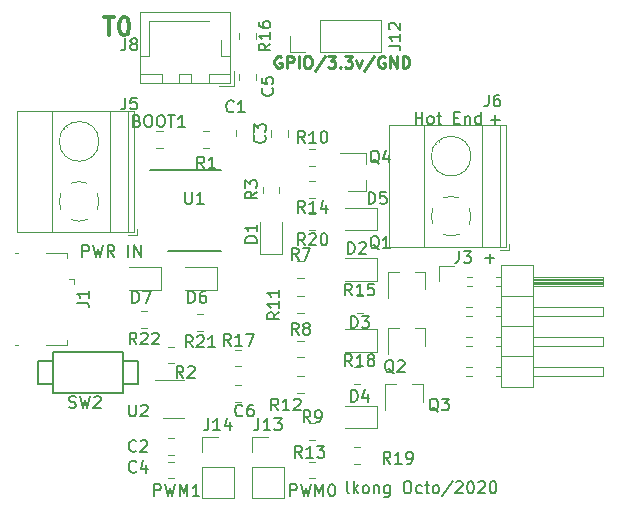
<source format=gbr>
G04 #@! TF.GenerationSoftware,KiCad,Pcbnew,(5.1.5)-3*
G04 #@! TF.CreationDate,2020-10-12T20:48:49-07:00*
G04 #@! TF.ProjectId,tool_head,746f6f6c-5f68-4656-9164-2e6b69636164,B*
G04 #@! TF.SameCoordinates,Original*
G04 #@! TF.FileFunction,Legend,Top*
G04 #@! TF.FilePolarity,Positive*
%FSLAX46Y46*%
G04 Gerber Fmt 4.6, Leading zero omitted, Abs format (unit mm)*
G04 Created by KiCad (PCBNEW (5.1.5)-3) date 2020-10-12 20:48:49*
%MOMM*%
%LPD*%
G04 APERTURE LIST*
%ADD10C,0.300000*%
%ADD11C,0.150000*%
%ADD12C,0.250000*%
%ADD13C,0.120000*%
G04 APERTURE END LIST*
D10*
X147027142Y-41178571D02*
X147884285Y-41178571D01*
X147455714Y-42678571D02*
X147455714Y-41178571D01*
X148670000Y-41178571D02*
X148812857Y-41178571D01*
X148955714Y-41250000D01*
X149027142Y-41321428D01*
X149098571Y-41464285D01*
X149170000Y-41750000D01*
X149170000Y-42107142D01*
X149098571Y-42392857D01*
X149027142Y-42535714D01*
X148955714Y-42607142D01*
X148812857Y-42678571D01*
X148670000Y-42678571D01*
X148527142Y-42607142D01*
X148455714Y-42535714D01*
X148384285Y-42392857D01*
X148312857Y-42107142D01*
X148312857Y-41750000D01*
X148384285Y-41464285D01*
X148455714Y-41321428D01*
X148527142Y-41250000D01*
X148670000Y-41178571D01*
D11*
X179289047Y-61571428D02*
X180050952Y-61571428D01*
X179670000Y-61952380D02*
X179670000Y-61190476D01*
X179789047Y-49821428D02*
X180550952Y-49821428D01*
X180170000Y-50202380D02*
X180170000Y-49440476D01*
X162789047Y-81702380D02*
X162789047Y-80702380D01*
X163170000Y-80702380D01*
X163265238Y-80750000D01*
X163312857Y-80797619D01*
X163360476Y-80892857D01*
X163360476Y-81035714D01*
X163312857Y-81130952D01*
X163265238Y-81178571D01*
X163170000Y-81226190D01*
X162789047Y-81226190D01*
X163693809Y-80702380D02*
X163931904Y-81702380D01*
X164122380Y-80988095D01*
X164312857Y-81702380D01*
X164550952Y-80702380D01*
X164931904Y-81702380D02*
X164931904Y-80702380D01*
X165265238Y-81416666D01*
X165598571Y-80702380D01*
X165598571Y-81702380D01*
X166265238Y-80702380D02*
X166360476Y-80702380D01*
X166455714Y-80750000D01*
X166503333Y-80797619D01*
X166550952Y-80892857D01*
X166598571Y-81083333D01*
X166598571Y-81321428D01*
X166550952Y-81511904D01*
X166503333Y-81607142D01*
X166455714Y-81654761D01*
X166360476Y-81702380D01*
X166265238Y-81702380D01*
X166170000Y-81654761D01*
X166122380Y-81607142D01*
X166074761Y-81511904D01*
X166027142Y-81321428D01*
X166027142Y-81083333D01*
X166074761Y-80892857D01*
X166122380Y-80797619D01*
X166170000Y-80750000D01*
X166265238Y-80702380D01*
X151289047Y-81702380D02*
X151289047Y-80702380D01*
X151670000Y-80702380D01*
X151765238Y-80750000D01*
X151812857Y-80797619D01*
X151860476Y-80892857D01*
X151860476Y-81035714D01*
X151812857Y-81130952D01*
X151765238Y-81178571D01*
X151670000Y-81226190D01*
X151289047Y-81226190D01*
X152193809Y-80702380D02*
X152431904Y-81702380D01*
X152622380Y-80988095D01*
X152812857Y-81702380D01*
X153050952Y-80702380D01*
X153431904Y-81702380D02*
X153431904Y-80702380D01*
X153765238Y-81416666D01*
X154098571Y-80702380D01*
X154098571Y-81702380D01*
X155098571Y-81702380D02*
X154527142Y-81702380D01*
X154812857Y-81702380D02*
X154812857Y-80702380D01*
X154717619Y-80845238D01*
X154622380Y-80940476D01*
X154527142Y-80988095D01*
X173408095Y-50202380D02*
X173408095Y-49202380D01*
X173408095Y-49678571D02*
X173979523Y-49678571D01*
X173979523Y-50202380D02*
X173979523Y-49202380D01*
X174598571Y-50202380D02*
X174503333Y-50154761D01*
X174455714Y-50107142D01*
X174408095Y-50011904D01*
X174408095Y-49726190D01*
X174455714Y-49630952D01*
X174503333Y-49583333D01*
X174598571Y-49535714D01*
X174741428Y-49535714D01*
X174836666Y-49583333D01*
X174884285Y-49630952D01*
X174931904Y-49726190D01*
X174931904Y-50011904D01*
X174884285Y-50107142D01*
X174836666Y-50154761D01*
X174741428Y-50202380D01*
X174598571Y-50202380D01*
X175217619Y-49535714D02*
X175598571Y-49535714D01*
X175360476Y-49202380D02*
X175360476Y-50059523D01*
X175408095Y-50154761D01*
X175503333Y-50202380D01*
X175598571Y-50202380D01*
X176693809Y-49678571D02*
X177027142Y-49678571D01*
X177170000Y-50202380D02*
X176693809Y-50202380D01*
X176693809Y-49202380D01*
X177170000Y-49202380D01*
X177598571Y-49535714D02*
X177598571Y-50202380D01*
X177598571Y-49630952D02*
X177646190Y-49583333D01*
X177741428Y-49535714D01*
X177884285Y-49535714D01*
X177979523Y-49583333D01*
X178027142Y-49678571D01*
X178027142Y-50202380D01*
X178931904Y-50202380D02*
X178931904Y-49202380D01*
X178931904Y-50154761D02*
X178836666Y-50202380D01*
X178646190Y-50202380D01*
X178550952Y-50154761D01*
X178503333Y-50107142D01*
X178455714Y-50011904D01*
X178455714Y-49726190D01*
X178503333Y-49630952D01*
X178550952Y-49583333D01*
X178646190Y-49535714D01*
X178836666Y-49535714D01*
X178931904Y-49583333D01*
X145193809Y-61452380D02*
X145193809Y-60452380D01*
X145574761Y-60452380D01*
X145670000Y-60500000D01*
X145717619Y-60547619D01*
X145765238Y-60642857D01*
X145765238Y-60785714D01*
X145717619Y-60880952D01*
X145670000Y-60928571D01*
X145574761Y-60976190D01*
X145193809Y-60976190D01*
X146098571Y-60452380D02*
X146336666Y-61452380D01*
X146527142Y-60738095D01*
X146717619Y-61452380D01*
X146955714Y-60452380D01*
X147908095Y-61452380D02*
X147574761Y-60976190D01*
X147336666Y-61452380D02*
X147336666Y-60452380D01*
X147717619Y-60452380D01*
X147812857Y-60500000D01*
X147860476Y-60547619D01*
X147908095Y-60642857D01*
X147908095Y-60785714D01*
X147860476Y-60880952D01*
X147812857Y-60928571D01*
X147717619Y-60976190D01*
X147336666Y-60976190D01*
X149098571Y-61452380D02*
X149098571Y-60452380D01*
X149574761Y-61452380D02*
X149574761Y-60452380D01*
X150146190Y-61452380D01*
X150146190Y-60452380D01*
X167777142Y-81452380D02*
X167681904Y-81404761D01*
X167634285Y-81309523D01*
X167634285Y-80452380D01*
X168158095Y-81452380D02*
X168158095Y-80452380D01*
X168253333Y-81071428D02*
X168539047Y-81452380D01*
X168539047Y-80785714D02*
X168158095Y-81166666D01*
X169110476Y-81452380D02*
X169015238Y-81404761D01*
X168967619Y-81357142D01*
X168920000Y-81261904D01*
X168920000Y-80976190D01*
X168967619Y-80880952D01*
X169015238Y-80833333D01*
X169110476Y-80785714D01*
X169253333Y-80785714D01*
X169348571Y-80833333D01*
X169396190Y-80880952D01*
X169443809Y-80976190D01*
X169443809Y-81261904D01*
X169396190Y-81357142D01*
X169348571Y-81404761D01*
X169253333Y-81452380D01*
X169110476Y-81452380D01*
X169872380Y-80785714D02*
X169872380Y-81452380D01*
X169872380Y-80880952D02*
X169920000Y-80833333D01*
X170015238Y-80785714D01*
X170158095Y-80785714D01*
X170253333Y-80833333D01*
X170300952Y-80928571D01*
X170300952Y-81452380D01*
X171205714Y-80785714D02*
X171205714Y-81595238D01*
X171158095Y-81690476D01*
X171110476Y-81738095D01*
X171015238Y-81785714D01*
X170872380Y-81785714D01*
X170777142Y-81738095D01*
X171205714Y-81404761D02*
X171110476Y-81452380D01*
X170920000Y-81452380D01*
X170824761Y-81404761D01*
X170777142Y-81357142D01*
X170729523Y-81261904D01*
X170729523Y-80976190D01*
X170777142Y-80880952D01*
X170824761Y-80833333D01*
X170920000Y-80785714D01*
X171110476Y-80785714D01*
X171205714Y-80833333D01*
X172634285Y-80452380D02*
X172824761Y-80452380D01*
X172920000Y-80500000D01*
X173015238Y-80595238D01*
X173062857Y-80785714D01*
X173062857Y-81119047D01*
X173015238Y-81309523D01*
X172920000Y-81404761D01*
X172824761Y-81452380D01*
X172634285Y-81452380D01*
X172539047Y-81404761D01*
X172443809Y-81309523D01*
X172396190Y-81119047D01*
X172396190Y-80785714D01*
X172443809Y-80595238D01*
X172539047Y-80500000D01*
X172634285Y-80452380D01*
X173920000Y-81404761D02*
X173824761Y-81452380D01*
X173634285Y-81452380D01*
X173539047Y-81404761D01*
X173491428Y-81357142D01*
X173443809Y-81261904D01*
X173443809Y-80976190D01*
X173491428Y-80880952D01*
X173539047Y-80833333D01*
X173634285Y-80785714D01*
X173824761Y-80785714D01*
X173920000Y-80833333D01*
X174205714Y-80785714D02*
X174586666Y-80785714D01*
X174348571Y-80452380D02*
X174348571Y-81309523D01*
X174396190Y-81404761D01*
X174491428Y-81452380D01*
X174586666Y-81452380D01*
X175062857Y-81452380D02*
X174967619Y-81404761D01*
X174920000Y-81357142D01*
X174872380Y-81261904D01*
X174872380Y-80976190D01*
X174920000Y-80880952D01*
X174967619Y-80833333D01*
X175062857Y-80785714D01*
X175205714Y-80785714D01*
X175300952Y-80833333D01*
X175348571Y-80880952D01*
X175396190Y-80976190D01*
X175396190Y-81261904D01*
X175348571Y-81357142D01*
X175300952Y-81404761D01*
X175205714Y-81452380D01*
X175062857Y-81452380D01*
X176539047Y-80404761D02*
X175681904Y-81690476D01*
X176824761Y-80547619D02*
X176872380Y-80500000D01*
X176967619Y-80452380D01*
X177205714Y-80452380D01*
X177300952Y-80500000D01*
X177348571Y-80547619D01*
X177396190Y-80642857D01*
X177396190Y-80738095D01*
X177348571Y-80880952D01*
X176777142Y-81452380D01*
X177396190Y-81452380D01*
X178015238Y-80452380D02*
X178110476Y-80452380D01*
X178205714Y-80500000D01*
X178253333Y-80547619D01*
X178300952Y-80642857D01*
X178348571Y-80833333D01*
X178348571Y-81071428D01*
X178300952Y-81261904D01*
X178253333Y-81357142D01*
X178205714Y-81404761D01*
X178110476Y-81452380D01*
X178015238Y-81452380D01*
X177920000Y-81404761D01*
X177872380Y-81357142D01*
X177824761Y-81261904D01*
X177777142Y-81071428D01*
X177777142Y-80833333D01*
X177824761Y-80642857D01*
X177872380Y-80547619D01*
X177920000Y-80500000D01*
X178015238Y-80452380D01*
X178729523Y-80547619D02*
X178777142Y-80500000D01*
X178872380Y-80452380D01*
X179110476Y-80452380D01*
X179205714Y-80500000D01*
X179253333Y-80547619D01*
X179300952Y-80642857D01*
X179300952Y-80738095D01*
X179253333Y-80880952D01*
X178681904Y-81452380D01*
X179300952Y-81452380D01*
X179920000Y-80452380D02*
X180015238Y-80452380D01*
X180110476Y-80500000D01*
X180158095Y-80547619D01*
X180205714Y-80642857D01*
X180253333Y-80833333D01*
X180253333Y-81071428D01*
X180205714Y-81261904D01*
X180158095Y-81357142D01*
X180110476Y-81404761D01*
X180015238Y-81452380D01*
X179920000Y-81452380D01*
X179824761Y-81404761D01*
X179777142Y-81357142D01*
X179729523Y-81261904D01*
X179681904Y-81071428D01*
X179681904Y-80833333D01*
X179729523Y-80642857D01*
X179777142Y-80547619D01*
X179824761Y-80500000D01*
X179920000Y-80452380D01*
D12*
X162027142Y-44500000D02*
X161931904Y-44452380D01*
X161789047Y-44452380D01*
X161646190Y-44500000D01*
X161550952Y-44595238D01*
X161503333Y-44690476D01*
X161455714Y-44880952D01*
X161455714Y-45023809D01*
X161503333Y-45214285D01*
X161550952Y-45309523D01*
X161646190Y-45404761D01*
X161789047Y-45452380D01*
X161884285Y-45452380D01*
X162027142Y-45404761D01*
X162074761Y-45357142D01*
X162074761Y-45023809D01*
X161884285Y-45023809D01*
X162503333Y-45452380D02*
X162503333Y-44452380D01*
X162884285Y-44452380D01*
X162979523Y-44500000D01*
X163027142Y-44547619D01*
X163074761Y-44642857D01*
X163074761Y-44785714D01*
X163027142Y-44880952D01*
X162979523Y-44928571D01*
X162884285Y-44976190D01*
X162503333Y-44976190D01*
X163503333Y-45452380D02*
X163503333Y-44452380D01*
X164170000Y-44452380D02*
X164360476Y-44452380D01*
X164455714Y-44500000D01*
X164550952Y-44595238D01*
X164598571Y-44785714D01*
X164598571Y-45119047D01*
X164550952Y-45309523D01*
X164455714Y-45404761D01*
X164360476Y-45452380D01*
X164170000Y-45452380D01*
X164074761Y-45404761D01*
X163979523Y-45309523D01*
X163931904Y-45119047D01*
X163931904Y-44785714D01*
X163979523Y-44595238D01*
X164074761Y-44500000D01*
X164170000Y-44452380D01*
X165741428Y-44404761D02*
X164884285Y-45690476D01*
X165979523Y-44452380D02*
X166598571Y-44452380D01*
X166265238Y-44833333D01*
X166408095Y-44833333D01*
X166503333Y-44880952D01*
X166550952Y-44928571D01*
X166598571Y-45023809D01*
X166598571Y-45261904D01*
X166550952Y-45357142D01*
X166503333Y-45404761D01*
X166408095Y-45452380D01*
X166122380Y-45452380D01*
X166027142Y-45404761D01*
X165979523Y-45357142D01*
X167027142Y-45357142D02*
X167074761Y-45404761D01*
X167027142Y-45452380D01*
X166979523Y-45404761D01*
X167027142Y-45357142D01*
X167027142Y-45452380D01*
X167408095Y-44452380D02*
X168027142Y-44452380D01*
X167693809Y-44833333D01*
X167836666Y-44833333D01*
X167931904Y-44880952D01*
X167979523Y-44928571D01*
X168027142Y-45023809D01*
X168027142Y-45261904D01*
X167979523Y-45357142D01*
X167931904Y-45404761D01*
X167836666Y-45452380D01*
X167550952Y-45452380D01*
X167455714Y-45404761D01*
X167408095Y-45357142D01*
X168360476Y-44785714D02*
X168598571Y-45452380D01*
X168836666Y-44785714D01*
X169931904Y-44404761D02*
X169074761Y-45690476D01*
X170789047Y-44500000D02*
X170693809Y-44452380D01*
X170550952Y-44452380D01*
X170408095Y-44500000D01*
X170312857Y-44595238D01*
X170265238Y-44690476D01*
X170217619Y-44880952D01*
X170217619Y-45023809D01*
X170265238Y-45214285D01*
X170312857Y-45309523D01*
X170408095Y-45404761D01*
X170550952Y-45452380D01*
X170646190Y-45452380D01*
X170789047Y-45404761D01*
X170836666Y-45357142D01*
X170836666Y-45023809D01*
X170646190Y-45023809D01*
X171265238Y-45452380D02*
X171265238Y-44452380D01*
X171836666Y-45452380D01*
X171836666Y-44452380D01*
X172312857Y-45452380D02*
X172312857Y-44452380D01*
X172550952Y-44452380D01*
X172693809Y-44500000D01*
X172789047Y-44595238D01*
X172836666Y-44690476D01*
X172884285Y-44880952D01*
X172884285Y-45023809D01*
X172836666Y-45214285D01*
X172789047Y-45309523D01*
X172693809Y-45404761D01*
X172550952Y-45452380D01*
X172312857Y-45452380D01*
D13*
X164411422Y-75540000D02*
X164928578Y-75540000D01*
X164411422Y-76960000D02*
X164928578Y-76960000D01*
D11*
X152445000Y-60950000D02*
X156895000Y-60950000D01*
X150920000Y-54050000D02*
X156895000Y-54050000D01*
D13*
X151990578Y-50790000D02*
X151473422Y-50790000D01*
X151990578Y-52210000D02*
X151473422Y-52210000D01*
X155928578Y-50790000D02*
X155411422Y-50790000D01*
X155928578Y-52210000D02*
X155411422Y-52210000D01*
X158210000Y-51196078D02*
X158210000Y-50678922D01*
X159630000Y-51196078D02*
X159630000Y-50678922D01*
X152411422Y-78210000D02*
X152928578Y-78210000D01*
X152411422Y-76790000D02*
X152928578Y-76790000D01*
X162630000Y-51258578D02*
X162630000Y-50741422D01*
X161210000Y-51258578D02*
X161210000Y-50741422D01*
X152411422Y-78790000D02*
X152928578Y-78790000D01*
X152411422Y-80210000D02*
X152928578Y-80210000D01*
X158460000Y-45991422D02*
X158460000Y-46508578D01*
X159880000Y-45991422D02*
X159880000Y-46508578D01*
X158099422Y-73710000D02*
X158616578Y-73710000D01*
X158099422Y-72290000D02*
X158616578Y-72290000D01*
X162130000Y-61185000D02*
X162130000Y-58500000D01*
X160210000Y-61185000D02*
X162130000Y-61185000D01*
X160210000Y-58500000D02*
X160210000Y-61185000D01*
X167420000Y-63460000D02*
X170105000Y-63460000D01*
X170105000Y-63460000D02*
X170105000Y-61540000D01*
X170105000Y-61540000D02*
X167420000Y-61540000D01*
X167420000Y-69460000D02*
X170105000Y-69460000D01*
X170105000Y-69460000D02*
X170105000Y-67540000D01*
X170105000Y-67540000D02*
X167420000Y-67540000D01*
X170105000Y-74040000D02*
X167420000Y-74040000D01*
X170105000Y-75960000D02*
X170105000Y-74040000D01*
X167420000Y-75960000D02*
X170105000Y-75960000D01*
X167420000Y-59210000D02*
X170105000Y-59210000D01*
X170105000Y-59210000D02*
X170105000Y-57290000D01*
X170105000Y-57290000D02*
X167420000Y-57290000D01*
X156605000Y-62290000D02*
X153920000Y-62290000D01*
X156605000Y-64210000D02*
X156605000Y-62290000D01*
X153920000Y-64210000D02*
X156605000Y-64210000D01*
X149170000Y-64210000D02*
X151855000Y-64210000D01*
X151855000Y-64210000D02*
X151855000Y-62290000D01*
X151855000Y-62290000D02*
X149170000Y-62290000D01*
X143932500Y-61100000D02*
X143932500Y-61550000D01*
X142082500Y-61100000D02*
X143932500Y-61100000D01*
X139532500Y-68900000D02*
X139782500Y-68900000D01*
X139532500Y-61100000D02*
X139782500Y-61100000D01*
X142082500Y-68900000D02*
X143932500Y-68900000D01*
X143932500Y-68900000D02*
X143932500Y-68450000D01*
X144482500Y-63300000D02*
X144482500Y-63750000D01*
X144482500Y-63300000D02*
X144032500Y-63300000D01*
X180650000Y-62170000D02*
X180650000Y-72450000D01*
X180650000Y-72450000D02*
X183310000Y-72450000D01*
X183310000Y-72450000D02*
X183310000Y-62170000D01*
X183310000Y-62170000D02*
X180650000Y-62170000D01*
X183310000Y-63120000D02*
X189310000Y-63120000D01*
X189310000Y-63120000D02*
X189310000Y-63880000D01*
X189310000Y-63880000D02*
X183310000Y-63880000D01*
X183310000Y-63180000D02*
X189310000Y-63180000D01*
X183310000Y-63300000D02*
X189310000Y-63300000D01*
X183310000Y-63420000D02*
X189310000Y-63420000D01*
X183310000Y-63540000D02*
X189310000Y-63540000D01*
X183310000Y-63660000D02*
X189310000Y-63660000D01*
X183310000Y-63780000D02*
X189310000Y-63780000D01*
X180252929Y-63120000D02*
X180650000Y-63120000D01*
X180252929Y-63880000D02*
X180650000Y-63880000D01*
X177780000Y-63120000D02*
X178167071Y-63120000D01*
X177780000Y-63880000D02*
X178167071Y-63880000D01*
X180650000Y-64770000D02*
X183310000Y-64770000D01*
X183310000Y-65660000D02*
X189310000Y-65660000D01*
X189310000Y-65660000D02*
X189310000Y-66420000D01*
X189310000Y-66420000D02*
X183310000Y-66420000D01*
X180252929Y-65660000D02*
X180650000Y-65660000D01*
X180252929Y-66420000D02*
X180650000Y-66420000D01*
X177712929Y-65660000D02*
X178167071Y-65660000D01*
X177712929Y-66420000D02*
X178167071Y-66420000D01*
X180650000Y-67310000D02*
X183310000Y-67310000D01*
X183310000Y-68200000D02*
X189310000Y-68200000D01*
X189310000Y-68200000D02*
X189310000Y-68960000D01*
X189310000Y-68960000D02*
X183310000Y-68960000D01*
X180252929Y-68200000D02*
X180650000Y-68200000D01*
X180252929Y-68960000D02*
X180650000Y-68960000D01*
X177712929Y-68200000D02*
X178167071Y-68200000D01*
X177712929Y-68960000D02*
X178167071Y-68960000D01*
X180650000Y-69850000D02*
X183310000Y-69850000D01*
X183310000Y-70740000D02*
X189310000Y-70740000D01*
X189310000Y-70740000D02*
X189310000Y-71500000D01*
X189310000Y-71500000D02*
X183310000Y-71500000D01*
X180252929Y-70740000D02*
X180650000Y-70740000D01*
X180252929Y-71500000D02*
X180650000Y-71500000D01*
X177712929Y-70740000D02*
X178167071Y-70740000D01*
X177712929Y-71500000D02*
X178167071Y-71500000D01*
X175400000Y-63500000D02*
X175400000Y-62230000D01*
X175400000Y-62230000D02*
X176670000Y-62230000D01*
X149820000Y-59590000D02*
X149820000Y-59090000D01*
X149080000Y-59590000D02*
X149820000Y-59590000D01*
X145943000Y-52897000D02*
X145989000Y-52944000D01*
X143645000Y-50600000D02*
X143681000Y-50635000D01*
X146159000Y-52704000D02*
X146194000Y-52739000D01*
X143851000Y-50395000D02*
X143897000Y-50442000D01*
X139659000Y-49070000D02*
X149580000Y-49070000D01*
X139659000Y-59350000D02*
X149580000Y-59350000D01*
X149580000Y-59350000D02*
X149580000Y-49070000D01*
X139659000Y-59350000D02*
X139659000Y-49070000D01*
X142619000Y-59350000D02*
X142619000Y-49070000D01*
X147520000Y-59350000D02*
X147520000Y-49070000D01*
X149020000Y-59350000D02*
X149020000Y-49070000D01*
X146600000Y-51670000D02*
G75*
G03X146600000Y-51670000I-1680000J0D01*
G01*
X146600253Y-56721195D02*
G75*
G02X146455000Y-57434000I-1680253J-28805D01*
G01*
X145603042Y-58285426D02*
G75*
G02X144236000Y-58285000I-683042J1535426D01*
G01*
X143384574Y-57433042D02*
G75*
G02X143385000Y-56066000I1535426J683042D01*
G01*
X144236958Y-55214574D02*
G75*
G02X145604000Y-55215000I683042J-1535426D01*
G01*
X146454756Y-56066682D02*
G75*
G02X146600000Y-56750000I-1534756J-683318D01*
G01*
X177954756Y-57316682D02*
G75*
G02X178100000Y-58000000I-1534756J-683318D01*
G01*
X175736958Y-56464574D02*
G75*
G02X177104000Y-56465000I683042J-1535426D01*
G01*
X174884574Y-58683042D02*
G75*
G02X174885000Y-57316000I1535426J683042D01*
G01*
X177103042Y-59535426D02*
G75*
G02X175736000Y-59535000I-683042J1535426D01*
G01*
X178100253Y-57971195D02*
G75*
G02X177955000Y-58684000I-1680253J-28805D01*
G01*
X178100000Y-52920000D02*
G75*
G03X178100000Y-52920000I-1680000J0D01*
G01*
X180520000Y-60600000D02*
X180520000Y-50320000D01*
X179020000Y-60600000D02*
X179020000Y-50320000D01*
X174119000Y-60600000D02*
X174119000Y-50320000D01*
X171159000Y-60600000D02*
X171159000Y-50320000D01*
X181080000Y-60600000D02*
X181080000Y-50320000D01*
X171159000Y-60600000D02*
X181080000Y-60600000D01*
X171159000Y-50320000D02*
X181080000Y-50320000D01*
X175351000Y-51645000D02*
X175397000Y-51692000D01*
X177659000Y-53954000D02*
X177694000Y-53989000D01*
X175145000Y-51850000D02*
X175181000Y-51885000D01*
X177443000Y-54147000D02*
X177489000Y-54194000D01*
X180580000Y-60840000D02*
X181320000Y-60840000D01*
X181320000Y-60840000D02*
X181320000Y-60340000D01*
X157730000Y-46710000D02*
X157730000Y-40740000D01*
X157730000Y-40740000D02*
X150110000Y-40740000D01*
X150110000Y-40740000D02*
X150110000Y-46710000D01*
X150110000Y-46710000D02*
X157730000Y-46710000D01*
X154420000Y-46700000D02*
X154420000Y-45950000D01*
X154420000Y-45950000D02*
X153420000Y-45950000D01*
X153420000Y-45950000D02*
X153420000Y-46700000D01*
X153420000Y-46700000D02*
X154420000Y-46700000D01*
X157720000Y-46700000D02*
X157720000Y-45950000D01*
X157720000Y-45950000D02*
X155920000Y-45950000D01*
X155920000Y-45950000D02*
X155920000Y-46700000D01*
X155920000Y-46700000D02*
X157720000Y-46700000D01*
X151920000Y-46700000D02*
X151920000Y-45950000D01*
X151920000Y-45950000D02*
X150120000Y-45950000D01*
X150120000Y-45950000D02*
X150120000Y-46700000D01*
X150120000Y-46700000D02*
X151920000Y-46700000D01*
X157720000Y-44450000D02*
X156970000Y-44450000D01*
X156970000Y-44450000D02*
X156970000Y-43110000D01*
X153920000Y-41500000D02*
X155910000Y-41500000D01*
X150120000Y-44450000D02*
X150870000Y-44450000D01*
X150870000Y-44450000D02*
X150870000Y-41500000D01*
X150870000Y-41500000D02*
X153920000Y-41500000D01*
X156770000Y-47000000D02*
X158020000Y-47000000D01*
X158020000Y-47000000D02*
X158020000Y-45750000D01*
X170500000Y-44080000D02*
X170500000Y-41420000D01*
X165360000Y-44080000D02*
X170500000Y-44080000D01*
X165360000Y-41420000D02*
X170500000Y-41420000D01*
X165360000Y-44080000D02*
X165360000Y-41420000D01*
X164090000Y-44080000D02*
X162760000Y-44080000D01*
X162760000Y-44080000D02*
X162760000Y-42750000D01*
X152928578Y-70460000D02*
X152411422Y-70460000D01*
X152928578Y-69040000D02*
X152411422Y-69040000D01*
X161880000Y-56008578D02*
X161880000Y-55491422D01*
X160460000Y-56008578D02*
X160460000Y-55491422D01*
X163411422Y-63210000D02*
X163928578Y-63210000D01*
X163411422Y-61790000D02*
X163928578Y-61790000D01*
X163411422Y-69960000D02*
X163928578Y-69960000D01*
X163411422Y-68540000D02*
X163928578Y-68540000D01*
X164411422Y-53710000D02*
X164928578Y-53710000D01*
X164411422Y-52290000D02*
X164928578Y-52290000D01*
X163411422Y-64790000D02*
X163928578Y-64790000D01*
X163411422Y-66210000D02*
X163928578Y-66210000D01*
X163411422Y-72960000D02*
X163928578Y-72960000D01*
X163411422Y-71540000D02*
X163928578Y-71540000D01*
X164411422Y-80210000D02*
X164928578Y-80210000D01*
X164411422Y-78790000D02*
X164928578Y-78790000D01*
X164411422Y-55040000D02*
X164928578Y-55040000D01*
X164411422Y-56460000D02*
X164928578Y-56460000D01*
X168411422Y-64790000D02*
X168928578Y-64790000D01*
X168411422Y-66210000D02*
X168928578Y-66210000D01*
X158460000Y-42491422D02*
X158460000Y-43008578D01*
X159880000Y-42491422D02*
X159880000Y-43008578D01*
X158616578Y-70710000D02*
X158099422Y-70710000D01*
X158616578Y-69290000D02*
X158099422Y-69290000D01*
X168161422Y-72210000D02*
X168678578Y-72210000D01*
X168161422Y-70790000D02*
X168678578Y-70790000D01*
X168161422Y-77540000D02*
X168678578Y-77540000D01*
X168161422Y-78960000D02*
X168678578Y-78960000D01*
X164411422Y-57790000D02*
X164928578Y-57790000D01*
X164411422Y-59210000D02*
X164928578Y-59210000D01*
X155428578Y-67710000D02*
X154911422Y-67710000D01*
X155428578Y-66290000D02*
X154911422Y-66290000D01*
X150678578Y-66040000D02*
X150161422Y-66040000D01*
X150678578Y-67460000D02*
X150161422Y-67460000D01*
D11*
X141420000Y-72250000D02*
X141420000Y-70250000D01*
X142670000Y-72250000D02*
X141420000Y-72250000D01*
X141420000Y-70250000D02*
X142670000Y-70250000D01*
X149920000Y-72250000D02*
X148670000Y-72250000D01*
X149920000Y-70250000D02*
X149920000Y-72250000D01*
X148670000Y-70250000D02*
X149920000Y-70250000D01*
X148670000Y-73000000D02*
X148670000Y-69500000D01*
X142670000Y-69500000D02*
X142670000Y-73000000D01*
X142670000Y-69500000D02*
X148670000Y-69500000D01*
X148670000Y-73000000D02*
X142670000Y-73000000D01*
D13*
X152020000Y-75110000D02*
X153820000Y-75110000D01*
X153820000Y-71890000D02*
X151370000Y-71890000D01*
X159590000Y-81870000D02*
X162250000Y-81870000D01*
X159590000Y-79270000D02*
X159590000Y-81870000D01*
X162250000Y-79270000D02*
X162250000Y-81870000D01*
X159590000Y-79270000D02*
X162250000Y-79270000D01*
X159590000Y-78000000D02*
X159590000Y-76670000D01*
X159590000Y-76670000D02*
X160920000Y-76670000D01*
X155340000Y-76670000D02*
X156670000Y-76670000D01*
X155340000Y-78000000D02*
X155340000Y-76670000D01*
X155340000Y-79270000D02*
X158000000Y-79270000D01*
X158000000Y-79270000D02*
X158000000Y-81870000D01*
X155340000Y-79270000D02*
X155340000Y-81870000D01*
X155340000Y-81870000D02*
X158000000Y-81870000D01*
X174250000Y-62740000D02*
X173320000Y-62740000D01*
X171090000Y-62740000D02*
X172020000Y-62740000D01*
X171090000Y-62740000D02*
X171090000Y-64900000D01*
X174250000Y-62740000D02*
X174250000Y-64200000D01*
X174250000Y-67490000D02*
X174250000Y-68950000D01*
X171090000Y-67490000D02*
X171090000Y-69650000D01*
X171090000Y-67490000D02*
X172020000Y-67490000D01*
X174250000Y-67490000D02*
X173320000Y-67490000D01*
X174000000Y-72240000D02*
X173070000Y-72240000D01*
X170840000Y-72240000D02*
X171770000Y-72240000D01*
X170840000Y-72240000D02*
X170840000Y-74400000D01*
X174000000Y-72240000D02*
X174000000Y-73700000D01*
X169180000Y-55830000D02*
X167720000Y-55830000D01*
X169180000Y-52670000D02*
X167020000Y-52670000D01*
X169180000Y-52670000D02*
X169180000Y-53600000D01*
X169180000Y-55830000D02*
X169180000Y-54900000D01*
D11*
X164503333Y-75452380D02*
X164170000Y-74976190D01*
X163931904Y-75452380D02*
X163931904Y-74452380D01*
X164312857Y-74452380D01*
X164408095Y-74500000D01*
X164455714Y-74547619D01*
X164503333Y-74642857D01*
X164503333Y-74785714D01*
X164455714Y-74880952D01*
X164408095Y-74928571D01*
X164312857Y-74976190D01*
X163931904Y-74976190D01*
X164979523Y-75452380D02*
X165170000Y-75452380D01*
X165265238Y-75404761D01*
X165312857Y-75357142D01*
X165408095Y-75214285D01*
X165455714Y-75023809D01*
X165455714Y-74642857D01*
X165408095Y-74547619D01*
X165360476Y-74500000D01*
X165265238Y-74452380D01*
X165074761Y-74452380D01*
X164979523Y-74500000D01*
X164931904Y-74547619D01*
X164884285Y-74642857D01*
X164884285Y-74880952D01*
X164931904Y-74976190D01*
X164979523Y-75023809D01*
X165074761Y-75071428D01*
X165265238Y-75071428D01*
X165360476Y-75023809D01*
X165408095Y-74976190D01*
X165455714Y-74880952D01*
X153908095Y-55952380D02*
X153908095Y-56761904D01*
X153955714Y-56857142D01*
X154003333Y-56904761D01*
X154098571Y-56952380D01*
X154289047Y-56952380D01*
X154384285Y-56904761D01*
X154431904Y-56857142D01*
X154479523Y-56761904D01*
X154479523Y-55952380D01*
X155479523Y-56952380D02*
X154908095Y-56952380D01*
X155193809Y-56952380D02*
X155193809Y-55952380D01*
X155098571Y-56095238D01*
X155003333Y-56190476D01*
X154908095Y-56238095D01*
X149836166Y-49928571D02*
X149979023Y-49976190D01*
X150026642Y-50023809D01*
X150074261Y-50119047D01*
X150074261Y-50261904D01*
X150026642Y-50357142D01*
X149979023Y-50404761D01*
X149883785Y-50452380D01*
X149502833Y-50452380D01*
X149502833Y-49452380D01*
X149836166Y-49452380D01*
X149931404Y-49500000D01*
X149979023Y-49547619D01*
X150026642Y-49642857D01*
X150026642Y-49738095D01*
X149979023Y-49833333D01*
X149931404Y-49880952D01*
X149836166Y-49928571D01*
X149502833Y-49928571D01*
X150693309Y-49452380D02*
X150883785Y-49452380D01*
X150979023Y-49500000D01*
X151074261Y-49595238D01*
X151121880Y-49785714D01*
X151121880Y-50119047D01*
X151074261Y-50309523D01*
X150979023Y-50404761D01*
X150883785Y-50452380D01*
X150693309Y-50452380D01*
X150598071Y-50404761D01*
X150502833Y-50309523D01*
X150455214Y-50119047D01*
X150455214Y-49785714D01*
X150502833Y-49595238D01*
X150598071Y-49500000D01*
X150693309Y-49452380D01*
X151740928Y-49452380D02*
X151931404Y-49452380D01*
X152026642Y-49500000D01*
X152121880Y-49595238D01*
X152169500Y-49785714D01*
X152169500Y-50119047D01*
X152121880Y-50309523D01*
X152026642Y-50404761D01*
X151931404Y-50452380D01*
X151740928Y-50452380D01*
X151645690Y-50404761D01*
X151550452Y-50309523D01*
X151502833Y-50119047D01*
X151502833Y-49785714D01*
X151550452Y-49595238D01*
X151645690Y-49500000D01*
X151740928Y-49452380D01*
X152455214Y-49452380D02*
X153026642Y-49452380D01*
X152740928Y-50452380D02*
X152740928Y-49452380D01*
X153883785Y-50452380D02*
X153312357Y-50452380D01*
X153598071Y-50452380D02*
X153598071Y-49452380D01*
X153502833Y-49595238D01*
X153407595Y-49690476D01*
X153312357Y-49738095D01*
X155503333Y-53952380D02*
X155170000Y-53476190D01*
X154931904Y-53952380D02*
X154931904Y-52952380D01*
X155312857Y-52952380D01*
X155408095Y-53000000D01*
X155455714Y-53047619D01*
X155503333Y-53142857D01*
X155503333Y-53285714D01*
X155455714Y-53380952D01*
X155408095Y-53428571D01*
X155312857Y-53476190D01*
X154931904Y-53476190D01*
X156455714Y-53952380D02*
X155884285Y-53952380D01*
X156170000Y-53952380D02*
X156170000Y-52952380D01*
X156074761Y-53095238D01*
X155979523Y-53190476D01*
X155884285Y-53238095D01*
X158003333Y-49107142D02*
X157955714Y-49154761D01*
X157812857Y-49202380D01*
X157717619Y-49202380D01*
X157574761Y-49154761D01*
X157479523Y-49059523D01*
X157431904Y-48964285D01*
X157384285Y-48773809D01*
X157384285Y-48630952D01*
X157431904Y-48440476D01*
X157479523Y-48345238D01*
X157574761Y-48250000D01*
X157717619Y-48202380D01*
X157812857Y-48202380D01*
X157955714Y-48250000D01*
X158003333Y-48297619D01*
X158955714Y-49202380D02*
X158384285Y-49202380D01*
X158670000Y-49202380D02*
X158670000Y-48202380D01*
X158574761Y-48345238D01*
X158479523Y-48440476D01*
X158384285Y-48488095D01*
X149753333Y-77857142D02*
X149705714Y-77904761D01*
X149562857Y-77952380D01*
X149467619Y-77952380D01*
X149324761Y-77904761D01*
X149229523Y-77809523D01*
X149181904Y-77714285D01*
X149134285Y-77523809D01*
X149134285Y-77380952D01*
X149181904Y-77190476D01*
X149229523Y-77095238D01*
X149324761Y-77000000D01*
X149467619Y-76952380D01*
X149562857Y-76952380D01*
X149705714Y-77000000D01*
X149753333Y-77047619D01*
X150134285Y-77047619D02*
X150181904Y-77000000D01*
X150277142Y-76952380D01*
X150515238Y-76952380D01*
X150610476Y-77000000D01*
X150658095Y-77047619D01*
X150705714Y-77142857D01*
X150705714Y-77238095D01*
X150658095Y-77380952D01*
X150086666Y-77952380D01*
X150705714Y-77952380D01*
X160627142Y-51166666D02*
X160674761Y-51214285D01*
X160722380Y-51357142D01*
X160722380Y-51452380D01*
X160674761Y-51595238D01*
X160579523Y-51690476D01*
X160484285Y-51738095D01*
X160293809Y-51785714D01*
X160150952Y-51785714D01*
X159960476Y-51738095D01*
X159865238Y-51690476D01*
X159770000Y-51595238D01*
X159722380Y-51452380D01*
X159722380Y-51357142D01*
X159770000Y-51214285D01*
X159817619Y-51166666D01*
X159722380Y-50833333D02*
X159722380Y-50214285D01*
X160103333Y-50547619D01*
X160103333Y-50404761D01*
X160150952Y-50309523D01*
X160198571Y-50261904D01*
X160293809Y-50214285D01*
X160531904Y-50214285D01*
X160627142Y-50261904D01*
X160674761Y-50309523D01*
X160722380Y-50404761D01*
X160722380Y-50690476D01*
X160674761Y-50785714D01*
X160627142Y-50833333D01*
X149753333Y-79607142D02*
X149705714Y-79654761D01*
X149562857Y-79702380D01*
X149467619Y-79702380D01*
X149324761Y-79654761D01*
X149229523Y-79559523D01*
X149181904Y-79464285D01*
X149134285Y-79273809D01*
X149134285Y-79130952D01*
X149181904Y-78940476D01*
X149229523Y-78845238D01*
X149324761Y-78750000D01*
X149467619Y-78702380D01*
X149562857Y-78702380D01*
X149705714Y-78750000D01*
X149753333Y-78797619D01*
X150610476Y-79035714D02*
X150610476Y-79702380D01*
X150372380Y-78654761D02*
X150134285Y-79369047D01*
X150753333Y-79369047D01*
X161277142Y-47166666D02*
X161324761Y-47214285D01*
X161372380Y-47357142D01*
X161372380Y-47452380D01*
X161324761Y-47595238D01*
X161229523Y-47690476D01*
X161134285Y-47738095D01*
X160943809Y-47785714D01*
X160800952Y-47785714D01*
X160610476Y-47738095D01*
X160515238Y-47690476D01*
X160420000Y-47595238D01*
X160372380Y-47452380D01*
X160372380Y-47357142D01*
X160420000Y-47214285D01*
X160467619Y-47166666D01*
X160372380Y-46261904D02*
X160372380Y-46738095D01*
X160848571Y-46785714D01*
X160800952Y-46738095D01*
X160753333Y-46642857D01*
X160753333Y-46404761D01*
X160800952Y-46309523D01*
X160848571Y-46261904D01*
X160943809Y-46214285D01*
X161181904Y-46214285D01*
X161277142Y-46261904D01*
X161324761Y-46309523D01*
X161372380Y-46404761D01*
X161372380Y-46642857D01*
X161324761Y-46738095D01*
X161277142Y-46785714D01*
X158753333Y-74857142D02*
X158705714Y-74904761D01*
X158562857Y-74952380D01*
X158467619Y-74952380D01*
X158324761Y-74904761D01*
X158229523Y-74809523D01*
X158181904Y-74714285D01*
X158134285Y-74523809D01*
X158134285Y-74380952D01*
X158181904Y-74190476D01*
X158229523Y-74095238D01*
X158324761Y-74000000D01*
X158467619Y-73952380D01*
X158562857Y-73952380D01*
X158705714Y-74000000D01*
X158753333Y-74047619D01*
X159610476Y-73952380D02*
X159420000Y-73952380D01*
X159324761Y-74000000D01*
X159277142Y-74047619D01*
X159181904Y-74190476D01*
X159134285Y-74380952D01*
X159134285Y-74761904D01*
X159181904Y-74857142D01*
X159229523Y-74904761D01*
X159324761Y-74952380D01*
X159515238Y-74952380D01*
X159610476Y-74904761D01*
X159658095Y-74857142D01*
X159705714Y-74761904D01*
X159705714Y-74523809D01*
X159658095Y-74428571D01*
X159610476Y-74380952D01*
X159515238Y-74333333D01*
X159324761Y-74333333D01*
X159229523Y-74380952D01*
X159181904Y-74428571D01*
X159134285Y-74523809D01*
X159972380Y-60238095D02*
X158972380Y-60238095D01*
X158972380Y-60000000D01*
X159020000Y-59857142D01*
X159115238Y-59761904D01*
X159210476Y-59714285D01*
X159400952Y-59666666D01*
X159543809Y-59666666D01*
X159734285Y-59714285D01*
X159829523Y-59761904D01*
X159924761Y-59857142D01*
X159972380Y-60000000D01*
X159972380Y-60238095D01*
X159972380Y-58714285D02*
X159972380Y-59285714D01*
X159972380Y-59000000D02*
X158972380Y-59000000D01*
X159115238Y-59095238D01*
X159210476Y-59190476D01*
X159258095Y-59285714D01*
X167681904Y-61202380D02*
X167681904Y-60202380D01*
X167920000Y-60202380D01*
X168062857Y-60250000D01*
X168158095Y-60345238D01*
X168205714Y-60440476D01*
X168253333Y-60630952D01*
X168253333Y-60773809D01*
X168205714Y-60964285D01*
X168158095Y-61059523D01*
X168062857Y-61154761D01*
X167920000Y-61202380D01*
X167681904Y-61202380D01*
X168634285Y-60297619D02*
X168681904Y-60250000D01*
X168777142Y-60202380D01*
X169015238Y-60202380D01*
X169110476Y-60250000D01*
X169158095Y-60297619D01*
X169205714Y-60392857D01*
X169205714Y-60488095D01*
X169158095Y-60630952D01*
X168586666Y-61202380D01*
X169205714Y-61202380D01*
X167931904Y-67452380D02*
X167931904Y-66452380D01*
X168170000Y-66452380D01*
X168312857Y-66500000D01*
X168408095Y-66595238D01*
X168455714Y-66690476D01*
X168503333Y-66880952D01*
X168503333Y-67023809D01*
X168455714Y-67214285D01*
X168408095Y-67309523D01*
X168312857Y-67404761D01*
X168170000Y-67452380D01*
X167931904Y-67452380D01*
X168836666Y-66452380D02*
X169455714Y-66452380D01*
X169122380Y-66833333D01*
X169265238Y-66833333D01*
X169360476Y-66880952D01*
X169408095Y-66928571D01*
X169455714Y-67023809D01*
X169455714Y-67261904D01*
X169408095Y-67357142D01*
X169360476Y-67404761D01*
X169265238Y-67452380D01*
X168979523Y-67452380D01*
X168884285Y-67404761D01*
X168836666Y-67357142D01*
X167931904Y-73702380D02*
X167931904Y-72702380D01*
X168170000Y-72702380D01*
X168312857Y-72750000D01*
X168408095Y-72845238D01*
X168455714Y-72940476D01*
X168503333Y-73130952D01*
X168503333Y-73273809D01*
X168455714Y-73464285D01*
X168408095Y-73559523D01*
X168312857Y-73654761D01*
X168170000Y-73702380D01*
X167931904Y-73702380D01*
X169360476Y-73035714D02*
X169360476Y-73702380D01*
X169122380Y-72654761D02*
X168884285Y-73369047D01*
X169503333Y-73369047D01*
X169431904Y-56952380D02*
X169431904Y-55952380D01*
X169670000Y-55952380D01*
X169812857Y-56000000D01*
X169908095Y-56095238D01*
X169955714Y-56190476D01*
X170003333Y-56380952D01*
X170003333Y-56523809D01*
X169955714Y-56714285D01*
X169908095Y-56809523D01*
X169812857Y-56904761D01*
X169670000Y-56952380D01*
X169431904Y-56952380D01*
X170908095Y-55952380D02*
X170431904Y-55952380D01*
X170384285Y-56428571D01*
X170431904Y-56380952D01*
X170527142Y-56333333D01*
X170765238Y-56333333D01*
X170860476Y-56380952D01*
X170908095Y-56428571D01*
X170955714Y-56523809D01*
X170955714Y-56761904D01*
X170908095Y-56857142D01*
X170860476Y-56904761D01*
X170765238Y-56952380D01*
X170527142Y-56952380D01*
X170431904Y-56904761D01*
X170384285Y-56857142D01*
X154181904Y-65352380D02*
X154181904Y-64352380D01*
X154420000Y-64352380D01*
X154562857Y-64400000D01*
X154658095Y-64495238D01*
X154705714Y-64590476D01*
X154753333Y-64780952D01*
X154753333Y-64923809D01*
X154705714Y-65114285D01*
X154658095Y-65209523D01*
X154562857Y-65304761D01*
X154420000Y-65352380D01*
X154181904Y-65352380D01*
X155610476Y-64352380D02*
X155420000Y-64352380D01*
X155324761Y-64400000D01*
X155277142Y-64447619D01*
X155181904Y-64590476D01*
X155134285Y-64780952D01*
X155134285Y-65161904D01*
X155181904Y-65257142D01*
X155229523Y-65304761D01*
X155324761Y-65352380D01*
X155515238Y-65352380D01*
X155610476Y-65304761D01*
X155658095Y-65257142D01*
X155705714Y-65161904D01*
X155705714Y-64923809D01*
X155658095Y-64828571D01*
X155610476Y-64780952D01*
X155515238Y-64733333D01*
X155324761Y-64733333D01*
X155229523Y-64780952D01*
X155181904Y-64828571D01*
X155134285Y-64923809D01*
X149431904Y-65352380D02*
X149431904Y-64352380D01*
X149670000Y-64352380D01*
X149812857Y-64400000D01*
X149908095Y-64495238D01*
X149955714Y-64590476D01*
X150003333Y-64780952D01*
X150003333Y-64923809D01*
X149955714Y-65114285D01*
X149908095Y-65209523D01*
X149812857Y-65304761D01*
X149670000Y-65352380D01*
X149431904Y-65352380D01*
X150336666Y-64352380D02*
X151003333Y-64352380D01*
X150574761Y-65352380D01*
X144734880Y-65333333D02*
X145449166Y-65333333D01*
X145592023Y-65380952D01*
X145687261Y-65476190D01*
X145734880Y-65619047D01*
X145734880Y-65714285D01*
X145734880Y-64333333D02*
X145734880Y-64904761D01*
X145734880Y-64619047D02*
X144734880Y-64619047D01*
X144877738Y-64714285D01*
X144972976Y-64809523D01*
X145020595Y-64904761D01*
X177086666Y-60952380D02*
X177086666Y-61666666D01*
X177039047Y-61809523D01*
X176943809Y-61904761D01*
X176800952Y-61952380D01*
X176705714Y-61952380D01*
X177467619Y-60952380D02*
X178086666Y-60952380D01*
X177753333Y-61333333D01*
X177896190Y-61333333D01*
X177991428Y-61380952D01*
X178039047Y-61428571D01*
X178086666Y-61523809D01*
X178086666Y-61761904D01*
X178039047Y-61857142D01*
X177991428Y-61904761D01*
X177896190Y-61952380D01*
X177610476Y-61952380D01*
X177515238Y-61904761D01*
X177467619Y-61857142D01*
X148836666Y-47952380D02*
X148836666Y-48666666D01*
X148789047Y-48809523D01*
X148693809Y-48904761D01*
X148550952Y-48952380D01*
X148455714Y-48952380D01*
X149789047Y-47952380D02*
X149312857Y-47952380D01*
X149265238Y-48428571D01*
X149312857Y-48380952D01*
X149408095Y-48333333D01*
X149646190Y-48333333D01*
X149741428Y-48380952D01*
X149789047Y-48428571D01*
X149836666Y-48523809D01*
X149836666Y-48761904D01*
X149789047Y-48857142D01*
X149741428Y-48904761D01*
X149646190Y-48952380D01*
X149408095Y-48952380D01*
X149312857Y-48904761D01*
X149265238Y-48857142D01*
X179586666Y-47702380D02*
X179586666Y-48416666D01*
X179539047Y-48559523D01*
X179443809Y-48654761D01*
X179300952Y-48702380D01*
X179205714Y-48702380D01*
X180491428Y-47702380D02*
X180300952Y-47702380D01*
X180205714Y-47750000D01*
X180158095Y-47797619D01*
X180062857Y-47940476D01*
X180015238Y-48130952D01*
X180015238Y-48511904D01*
X180062857Y-48607142D01*
X180110476Y-48654761D01*
X180205714Y-48702380D01*
X180396190Y-48702380D01*
X180491428Y-48654761D01*
X180539047Y-48607142D01*
X180586666Y-48511904D01*
X180586666Y-48273809D01*
X180539047Y-48178571D01*
X180491428Y-48130952D01*
X180396190Y-48083333D01*
X180205714Y-48083333D01*
X180110476Y-48130952D01*
X180062857Y-48178571D01*
X180015238Y-48273809D01*
X148836666Y-42952380D02*
X148836666Y-43666666D01*
X148789047Y-43809523D01*
X148693809Y-43904761D01*
X148550952Y-43952380D01*
X148455714Y-43952380D01*
X149455714Y-43380952D02*
X149360476Y-43333333D01*
X149312857Y-43285714D01*
X149265238Y-43190476D01*
X149265238Y-43142857D01*
X149312857Y-43047619D01*
X149360476Y-43000000D01*
X149455714Y-42952380D01*
X149646190Y-42952380D01*
X149741428Y-43000000D01*
X149789047Y-43047619D01*
X149836666Y-43142857D01*
X149836666Y-43190476D01*
X149789047Y-43285714D01*
X149741428Y-43333333D01*
X149646190Y-43380952D01*
X149455714Y-43380952D01*
X149360476Y-43428571D01*
X149312857Y-43476190D01*
X149265238Y-43571428D01*
X149265238Y-43761904D01*
X149312857Y-43857142D01*
X149360476Y-43904761D01*
X149455714Y-43952380D01*
X149646190Y-43952380D01*
X149741428Y-43904761D01*
X149789047Y-43857142D01*
X149836666Y-43761904D01*
X149836666Y-43571428D01*
X149789047Y-43476190D01*
X149741428Y-43428571D01*
X149646190Y-43380952D01*
X171122380Y-43559523D02*
X171836666Y-43559523D01*
X171979523Y-43607142D01*
X172074761Y-43702380D01*
X172122380Y-43845238D01*
X172122380Y-43940476D01*
X172122380Y-42559523D02*
X172122380Y-43130952D01*
X172122380Y-42845238D02*
X171122380Y-42845238D01*
X171265238Y-42940476D01*
X171360476Y-43035714D01*
X171408095Y-43130952D01*
X171217619Y-42178571D02*
X171170000Y-42130952D01*
X171122380Y-42035714D01*
X171122380Y-41797619D01*
X171170000Y-41702380D01*
X171217619Y-41654761D01*
X171312857Y-41607142D01*
X171408095Y-41607142D01*
X171550952Y-41654761D01*
X172122380Y-42226190D01*
X172122380Y-41607142D01*
X153753333Y-71702380D02*
X153420000Y-71226190D01*
X153181904Y-71702380D02*
X153181904Y-70702380D01*
X153562857Y-70702380D01*
X153658095Y-70750000D01*
X153705714Y-70797619D01*
X153753333Y-70892857D01*
X153753333Y-71035714D01*
X153705714Y-71130952D01*
X153658095Y-71178571D01*
X153562857Y-71226190D01*
X153181904Y-71226190D01*
X154134285Y-70797619D02*
X154181904Y-70750000D01*
X154277142Y-70702380D01*
X154515238Y-70702380D01*
X154610476Y-70750000D01*
X154658095Y-70797619D01*
X154705714Y-70892857D01*
X154705714Y-70988095D01*
X154658095Y-71130952D01*
X154086666Y-71702380D01*
X154705714Y-71702380D01*
X159972380Y-55916666D02*
X159496190Y-56250000D01*
X159972380Y-56488095D02*
X158972380Y-56488095D01*
X158972380Y-56107142D01*
X159020000Y-56011904D01*
X159067619Y-55964285D01*
X159162857Y-55916666D01*
X159305714Y-55916666D01*
X159400952Y-55964285D01*
X159448571Y-56011904D01*
X159496190Y-56107142D01*
X159496190Y-56488095D01*
X158972380Y-55583333D02*
X158972380Y-54964285D01*
X159353333Y-55297619D01*
X159353333Y-55154761D01*
X159400952Y-55059523D01*
X159448571Y-55011904D01*
X159543809Y-54964285D01*
X159781904Y-54964285D01*
X159877142Y-55011904D01*
X159924761Y-55059523D01*
X159972380Y-55154761D01*
X159972380Y-55440476D01*
X159924761Y-55535714D01*
X159877142Y-55583333D01*
X163503333Y-61702380D02*
X163170000Y-61226190D01*
X162931904Y-61702380D02*
X162931904Y-60702380D01*
X163312857Y-60702380D01*
X163408095Y-60750000D01*
X163455714Y-60797619D01*
X163503333Y-60892857D01*
X163503333Y-61035714D01*
X163455714Y-61130952D01*
X163408095Y-61178571D01*
X163312857Y-61226190D01*
X162931904Y-61226190D01*
X163836666Y-60702380D02*
X164503333Y-60702380D01*
X164074761Y-61702380D01*
X163503333Y-68052380D02*
X163170000Y-67576190D01*
X162931904Y-68052380D02*
X162931904Y-67052380D01*
X163312857Y-67052380D01*
X163408095Y-67100000D01*
X163455714Y-67147619D01*
X163503333Y-67242857D01*
X163503333Y-67385714D01*
X163455714Y-67480952D01*
X163408095Y-67528571D01*
X163312857Y-67576190D01*
X162931904Y-67576190D01*
X164074761Y-67480952D02*
X163979523Y-67433333D01*
X163931904Y-67385714D01*
X163884285Y-67290476D01*
X163884285Y-67242857D01*
X163931904Y-67147619D01*
X163979523Y-67100000D01*
X164074761Y-67052380D01*
X164265238Y-67052380D01*
X164360476Y-67100000D01*
X164408095Y-67147619D01*
X164455714Y-67242857D01*
X164455714Y-67290476D01*
X164408095Y-67385714D01*
X164360476Y-67433333D01*
X164265238Y-67480952D01*
X164074761Y-67480952D01*
X163979523Y-67528571D01*
X163931904Y-67576190D01*
X163884285Y-67671428D01*
X163884285Y-67861904D01*
X163931904Y-67957142D01*
X163979523Y-68004761D01*
X164074761Y-68052380D01*
X164265238Y-68052380D01*
X164360476Y-68004761D01*
X164408095Y-67957142D01*
X164455714Y-67861904D01*
X164455714Y-67671428D01*
X164408095Y-67576190D01*
X164360476Y-67528571D01*
X164265238Y-67480952D01*
X164027142Y-51802380D02*
X163693809Y-51326190D01*
X163455714Y-51802380D02*
X163455714Y-50802380D01*
X163836666Y-50802380D01*
X163931904Y-50850000D01*
X163979523Y-50897619D01*
X164027142Y-50992857D01*
X164027142Y-51135714D01*
X163979523Y-51230952D01*
X163931904Y-51278571D01*
X163836666Y-51326190D01*
X163455714Y-51326190D01*
X164979523Y-51802380D02*
X164408095Y-51802380D01*
X164693809Y-51802380D02*
X164693809Y-50802380D01*
X164598571Y-50945238D01*
X164503333Y-51040476D01*
X164408095Y-51088095D01*
X165598571Y-50802380D02*
X165693809Y-50802380D01*
X165789047Y-50850000D01*
X165836666Y-50897619D01*
X165884285Y-50992857D01*
X165931904Y-51183333D01*
X165931904Y-51421428D01*
X165884285Y-51611904D01*
X165836666Y-51707142D01*
X165789047Y-51754761D01*
X165693809Y-51802380D01*
X165598571Y-51802380D01*
X165503333Y-51754761D01*
X165455714Y-51707142D01*
X165408095Y-51611904D01*
X165360476Y-51421428D01*
X165360476Y-51183333D01*
X165408095Y-50992857D01*
X165455714Y-50897619D01*
X165503333Y-50850000D01*
X165598571Y-50802380D01*
X161872380Y-66142857D02*
X161396190Y-66476190D01*
X161872380Y-66714285D02*
X160872380Y-66714285D01*
X160872380Y-66333333D01*
X160920000Y-66238095D01*
X160967619Y-66190476D01*
X161062857Y-66142857D01*
X161205714Y-66142857D01*
X161300952Y-66190476D01*
X161348571Y-66238095D01*
X161396190Y-66333333D01*
X161396190Y-66714285D01*
X161872380Y-65190476D02*
X161872380Y-65761904D01*
X161872380Y-65476190D02*
X160872380Y-65476190D01*
X161015238Y-65571428D01*
X161110476Y-65666666D01*
X161158095Y-65761904D01*
X161872380Y-64238095D02*
X161872380Y-64809523D01*
X161872380Y-64523809D02*
X160872380Y-64523809D01*
X161015238Y-64619047D01*
X161110476Y-64714285D01*
X161158095Y-64809523D01*
X161777142Y-74452380D02*
X161443809Y-73976190D01*
X161205714Y-74452380D02*
X161205714Y-73452380D01*
X161586666Y-73452380D01*
X161681904Y-73500000D01*
X161729523Y-73547619D01*
X161777142Y-73642857D01*
X161777142Y-73785714D01*
X161729523Y-73880952D01*
X161681904Y-73928571D01*
X161586666Y-73976190D01*
X161205714Y-73976190D01*
X162729523Y-74452380D02*
X162158095Y-74452380D01*
X162443809Y-74452380D02*
X162443809Y-73452380D01*
X162348571Y-73595238D01*
X162253333Y-73690476D01*
X162158095Y-73738095D01*
X163110476Y-73547619D02*
X163158095Y-73500000D01*
X163253333Y-73452380D01*
X163491428Y-73452380D01*
X163586666Y-73500000D01*
X163634285Y-73547619D01*
X163681904Y-73642857D01*
X163681904Y-73738095D01*
X163634285Y-73880952D01*
X163062857Y-74452380D01*
X163681904Y-74452380D01*
X163777142Y-78452380D02*
X163443809Y-77976190D01*
X163205714Y-78452380D02*
X163205714Y-77452380D01*
X163586666Y-77452380D01*
X163681904Y-77500000D01*
X163729523Y-77547619D01*
X163777142Y-77642857D01*
X163777142Y-77785714D01*
X163729523Y-77880952D01*
X163681904Y-77928571D01*
X163586666Y-77976190D01*
X163205714Y-77976190D01*
X164729523Y-78452380D02*
X164158095Y-78452380D01*
X164443809Y-78452380D02*
X164443809Y-77452380D01*
X164348571Y-77595238D01*
X164253333Y-77690476D01*
X164158095Y-77738095D01*
X165062857Y-77452380D02*
X165681904Y-77452380D01*
X165348571Y-77833333D01*
X165491428Y-77833333D01*
X165586666Y-77880952D01*
X165634285Y-77928571D01*
X165681904Y-78023809D01*
X165681904Y-78261904D01*
X165634285Y-78357142D01*
X165586666Y-78404761D01*
X165491428Y-78452380D01*
X165205714Y-78452380D01*
X165110476Y-78404761D01*
X165062857Y-78357142D01*
X164027142Y-57702380D02*
X163693809Y-57226190D01*
X163455714Y-57702380D02*
X163455714Y-56702380D01*
X163836666Y-56702380D01*
X163931904Y-56750000D01*
X163979523Y-56797619D01*
X164027142Y-56892857D01*
X164027142Y-57035714D01*
X163979523Y-57130952D01*
X163931904Y-57178571D01*
X163836666Y-57226190D01*
X163455714Y-57226190D01*
X164979523Y-57702380D02*
X164408095Y-57702380D01*
X164693809Y-57702380D02*
X164693809Y-56702380D01*
X164598571Y-56845238D01*
X164503333Y-56940476D01*
X164408095Y-56988095D01*
X165836666Y-57035714D02*
X165836666Y-57702380D01*
X165598571Y-56654761D02*
X165360476Y-57369047D01*
X165979523Y-57369047D01*
X168027142Y-64702380D02*
X167693809Y-64226190D01*
X167455714Y-64702380D02*
X167455714Y-63702380D01*
X167836666Y-63702380D01*
X167931904Y-63750000D01*
X167979523Y-63797619D01*
X168027142Y-63892857D01*
X168027142Y-64035714D01*
X167979523Y-64130952D01*
X167931904Y-64178571D01*
X167836666Y-64226190D01*
X167455714Y-64226190D01*
X168979523Y-64702380D02*
X168408095Y-64702380D01*
X168693809Y-64702380D02*
X168693809Y-63702380D01*
X168598571Y-63845238D01*
X168503333Y-63940476D01*
X168408095Y-63988095D01*
X169884285Y-63702380D02*
X169408095Y-63702380D01*
X169360476Y-64178571D01*
X169408095Y-64130952D01*
X169503333Y-64083333D01*
X169741428Y-64083333D01*
X169836666Y-64130952D01*
X169884285Y-64178571D01*
X169931904Y-64273809D01*
X169931904Y-64511904D01*
X169884285Y-64607142D01*
X169836666Y-64654761D01*
X169741428Y-64702380D01*
X169503333Y-64702380D01*
X169408095Y-64654761D01*
X169360476Y-64607142D01*
X161122380Y-43392857D02*
X160646190Y-43726190D01*
X161122380Y-43964285D02*
X160122380Y-43964285D01*
X160122380Y-43583333D01*
X160170000Y-43488095D01*
X160217619Y-43440476D01*
X160312857Y-43392857D01*
X160455714Y-43392857D01*
X160550952Y-43440476D01*
X160598571Y-43488095D01*
X160646190Y-43583333D01*
X160646190Y-43964285D01*
X161122380Y-42440476D02*
X161122380Y-43011904D01*
X161122380Y-42726190D02*
X160122380Y-42726190D01*
X160265238Y-42821428D01*
X160360476Y-42916666D01*
X160408095Y-43011904D01*
X160122380Y-41583333D02*
X160122380Y-41773809D01*
X160170000Y-41869047D01*
X160217619Y-41916666D01*
X160360476Y-42011904D01*
X160550952Y-42059523D01*
X160931904Y-42059523D01*
X161027142Y-42011904D01*
X161074761Y-41964285D01*
X161122380Y-41869047D01*
X161122380Y-41678571D01*
X161074761Y-41583333D01*
X161027142Y-41535714D01*
X160931904Y-41488095D01*
X160693809Y-41488095D01*
X160598571Y-41535714D01*
X160550952Y-41583333D01*
X160503333Y-41678571D01*
X160503333Y-41869047D01*
X160550952Y-41964285D01*
X160598571Y-42011904D01*
X160693809Y-42059523D01*
X157777142Y-68952380D02*
X157443809Y-68476190D01*
X157205714Y-68952380D02*
X157205714Y-67952380D01*
X157586666Y-67952380D01*
X157681904Y-68000000D01*
X157729523Y-68047619D01*
X157777142Y-68142857D01*
X157777142Y-68285714D01*
X157729523Y-68380952D01*
X157681904Y-68428571D01*
X157586666Y-68476190D01*
X157205714Y-68476190D01*
X158729523Y-68952380D02*
X158158095Y-68952380D01*
X158443809Y-68952380D02*
X158443809Y-67952380D01*
X158348571Y-68095238D01*
X158253333Y-68190476D01*
X158158095Y-68238095D01*
X159062857Y-67952380D02*
X159729523Y-67952380D01*
X159300952Y-68952380D01*
X168027142Y-70702380D02*
X167693809Y-70226190D01*
X167455714Y-70702380D02*
X167455714Y-69702380D01*
X167836666Y-69702380D01*
X167931904Y-69750000D01*
X167979523Y-69797619D01*
X168027142Y-69892857D01*
X168027142Y-70035714D01*
X167979523Y-70130952D01*
X167931904Y-70178571D01*
X167836666Y-70226190D01*
X167455714Y-70226190D01*
X168979523Y-70702380D02*
X168408095Y-70702380D01*
X168693809Y-70702380D02*
X168693809Y-69702380D01*
X168598571Y-69845238D01*
X168503333Y-69940476D01*
X168408095Y-69988095D01*
X169550952Y-70130952D02*
X169455714Y-70083333D01*
X169408095Y-70035714D01*
X169360476Y-69940476D01*
X169360476Y-69892857D01*
X169408095Y-69797619D01*
X169455714Y-69750000D01*
X169550952Y-69702380D01*
X169741428Y-69702380D01*
X169836666Y-69750000D01*
X169884285Y-69797619D01*
X169931904Y-69892857D01*
X169931904Y-69940476D01*
X169884285Y-70035714D01*
X169836666Y-70083333D01*
X169741428Y-70130952D01*
X169550952Y-70130952D01*
X169455714Y-70178571D01*
X169408095Y-70226190D01*
X169360476Y-70321428D01*
X169360476Y-70511904D01*
X169408095Y-70607142D01*
X169455714Y-70654761D01*
X169550952Y-70702380D01*
X169741428Y-70702380D01*
X169836666Y-70654761D01*
X169884285Y-70607142D01*
X169931904Y-70511904D01*
X169931904Y-70321428D01*
X169884285Y-70226190D01*
X169836666Y-70178571D01*
X169741428Y-70130952D01*
X171277142Y-78952380D02*
X170943809Y-78476190D01*
X170705714Y-78952380D02*
X170705714Y-77952380D01*
X171086666Y-77952380D01*
X171181904Y-78000000D01*
X171229523Y-78047619D01*
X171277142Y-78142857D01*
X171277142Y-78285714D01*
X171229523Y-78380952D01*
X171181904Y-78428571D01*
X171086666Y-78476190D01*
X170705714Y-78476190D01*
X172229523Y-78952380D02*
X171658095Y-78952380D01*
X171943809Y-78952380D02*
X171943809Y-77952380D01*
X171848571Y-78095238D01*
X171753333Y-78190476D01*
X171658095Y-78238095D01*
X172705714Y-78952380D02*
X172896190Y-78952380D01*
X172991428Y-78904761D01*
X173039047Y-78857142D01*
X173134285Y-78714285D01*
X173181904Y-78523809D01*
X173181904Y-78142857D01*
X173134285Y-78047619D01*
X173086666Y-78000000D01*
X172991428Y-77952380D01*
X172800952Y-77952380D01*
X172705714Y-78000000D01*
X172658095Y-78047619D01*
X172610476Y-78142857D01*
X172610476Y-78380952D01*
X172658095Y-78476190D01*
X172705714Y-78523809D01*
X172800952Y-78571428D01*
X172991428Y-78571428D01*
X173086666Y-78523809D01*
X173134285Y-78476190D01*
X173181904Y-78380952D01*
X164027142Y-60452380D02*
X163693809Y-59976190D01*
X163455714Y-60452380D02*
X163455714Y-59452380D01*
X163836666Y-59452380D01*
X163931904Y-59500000D01*
X163979523Y-59547619D01*
X164027142Y-59642857D01*
X164027142Y-59785714D01*
X163979523Y-59880952D01*
X163931904Y-59928571D01*
X163836666Y-59976190D01*
X163455714Y-59976190D01*
X164408095Y-59547619D02*
X164455714Y-59500000D01*
X164550952Y-59452380D01*
X164789047Y-59452380D01*
X164884285Y-59500000D01*
X164931904Y-59547619D01*
X164979523Y-59642857D01*
X164979523Y-59738095D01*
X164931904Y-59880952D01*
X164360476Y-60452380D01*
X164979523Y-60452380D01*
X165598571Y-59452380D02*
X165693809Y-59452380D01*
X165789047Y-59500000D01*
X165836666Y-59547619D01*
X165884285Y-59642857D01*
X165931904Y-59833333D01*
X165931904Y-60071428D01*
X165884285Y-60261904D01*
X165836666Y-60357142D01*
X165789047Y-60404761D01*
X165693809Y-60452380D01*
X165598571Y-60452380D01*
X165503333Y-60404761D01*
X165455714Y-60357142D01*
X165408095Y-60261904D01*
X165360476Y-60071428D01*
X165360476Y-59833333D01*
X165408095Y-59642857D01*
X165455714Y-59547619D01*
X165503333Y-59500000D01*
X165598571Y-59452380D01*
X154527142Y-69102380D02*
X154193809Y-68626190D01*
X153955714Y-69102380D02*
X153955714Y-68102380D01*
X154336666Y-68102380D01*
X154431904Y-68150000D01*
X154479523Y-68197619D01*
X154527142Y-68292857D01*
X154527142Y-68435714D01*
X154479523Y-68530952D01*
X154431904Y-68578571D01*
X154336666Y-68626190D01*
X153955714Y-68626190D01*
X154908095Y-68197619D02*
X154955714Y-68150000D01*
X155050952Y-68102380D01*
X155289047Y-68102380D01*
X155384285Y-68150000D01*
X155431904Y-68197619D01*
X155479523Y-68292857D01*
X155479523Y-68388095D01*
X155431904Y-68530952D01*
X154860476Y-69102380D01*
X155479523Y-69102380D01*
X156431904Y-69102380D02*
X155860476Y-69102380D01*
X156146190Y-69102380D02*
X156146190Y-68102380D01*
X156050952Y-68245238D01*
X155955714Y-68340476D01*
X155860476Y-68388095D01*
X149777142Y-68852380D02*
X149443809Y-68376190D01*
X149205714Y-68852380D02*
X149205714Y-67852380D01*
X149586666Y-67852380D01*
X149681904Y-67900000D01*
X149729523Y-67947619D01*
X149777142Y-68042857D01*
X149777142Y-68185714D01*
X149729523Y-68280952D01*
X149681904Y-68328571D01*
X149586666Y-68376190D01*
X149205714Y-68376190D01*
X150158095Y-67947619D02*
X150205714Y-67900000D01*
X150300952Y-67852380D01*
X150539047Y-67852380D01*
X150634285Y-67900000D01*
X150681904Y-67947619D01*
X150729523Y-68042857D01*
X150729523Y-68138095D01*
X150681904Y-68280952D01*
X150110476Y-68852380D01*
X150729523Y-68852380D01*
X151110476Y-67947619D02*
X151158095Y-67900000D01*
X151253333Y-67852380D01*
X151491428Y-67852380D01*
X151586666Y-67900000D01*
X151634285Y-67947619D01*
X151681904Y-68042857D01*
X151681904Y-68138095D01*
X151634285Y-68280952D01*
X151062857Y-68852380D01*
X151681904Y-68852380D01*
X144082666Y-74194761D02*
X144225523Y-74242380D01*
X144463619Y-74242380D01*
X144558857Y-74194761D01*
X144606476Y-74147142D01*
X144654095Y-74051904D01*
X144654095Y-73956666D01*
X144606476Y-73861428D01*
X144558857Y-73813809D01*
X144463619Y-73766190D01*
X144273142Y-73718571D01*
X144177904Y-73670952D01*
X144130285Y-73623333D01*
X144082666Y-73528095D01*
X144082666Y-73432857D01*
X144130285Y-73337619D01*
X144177904Y-73290000D01*
X144273142Y-73242380D01*
X144511238Y-73242380D01*
X144654095Y-73290000D01*
X144987428Y-73242380D02*
X145225523Y-74242380D01*
X145416000Y-73528095D01*
X145606476Y-74242380D01*
X145844571Y-73242380D01*
X146177904Y-73337619D02*
X146225523Y-73290000D01*
X146320761Y-73242380D01*
X146558857Y-73242380D01*
X146654095Y-73290000D01*
X146701714Y-73337619D01*
X146749333Y-73432857D01*
X146749333Y-73528095D01*
X146701714Y-73670952D01*
X146130285Y-74242380D01*
X146749333Y-74242380D01*
X149158095Y-73952380D02*
X149158095Y-74761904D01*
X149205714Y-74857142D01*
X149253333Y-74904761D01*
X149348571Y-74952380D01*
X149539047Y-74952380D01*
X149634285Y-74904761D01*
X149681904Y-74857142D01*
X149729523Y-74761904D01*
X149729523Y-73952380D01*
X150158095Y-74047619D02*
X150205714Y-74000000D01*
X150300952Y-73952380D01*
X150539047Y-73952380D01*
X150634285Y-74000000D01*
X150681904Y-74047619D01*
X150729523Y-74142857D01*
X150729523Y-74238095D01*
X150681904Y-74380952D01*
X150110476Y-74952380D01*
X150729523Y-74952380D01*
X160110476Y-75122380D02*
X160110476Y-75836666D01*
X160062857Y-75979523D01*
X159967619Y-76074761D01*
X159824761Y-76122380D01*
X159729523Y-76122380D01*
X161110476Y-76122380D02*
X160539047Y-76122380D01*
X160824761Y-76122380D02*
X160824761Y-75122380D01*
X160729523Y-75265238D01*
X160634285Y-75360476D01*
X160539047Y-75408095D01*
X161443809Y-75122380D02*
X162062857Y-75122380D01*
X161729523Y-75503333D01*
X161872380Y-75503333D01*
X161967619Y-75550952D01*
X162015238Y-75598571D01*
X162062857Y-75693809D01*
X162062857Y-75931904D01*
X162015238Y-76027142D01*
X161967619Y-76074761D01*
X161872380Y-76122380D01*
X161586666Y-76122380D01*
X161491428Y-76074761D01*
X161443809Y-76027142D01*
X155860476Y-75122380D02*
X155860476Y-75836666D01*
X155812857Y-75979523D01*
X155717619Y-76074761D01*
X155574761Y-76122380D01*
X155479523Y-76122380D01*
X156860476Y-76122380D02*
X156289047Y-76122380D01*
X156574761Y-76122380D02*
X156574761Y-75122380D01*
X156479523Y-75265238D01*
X156384285Y-75360476D01*
X156289047Y-75408095D01*
X157717619Y-75455714D02*
X157717619Y-76122380D01*
X157479523Y-75074761D02*
X157241428Y-75789047D01*
X157860476Y-75789047D01*
X170324761Y-60797619D02*
X170229523Y-60750000D01*
X170134285Y-60654761D01*
X169991428Y-60511904D01*
X169896190Y-60464285D01*
X169800952Y-60464285D01*
X169848571Y-60702380D02*
X169753333Y-60654761D01*
X169658095Y-60559523D01*
X169610476Y-60369047D01*
X169610476Y-60035714D01*
X169658095Y-59845238D01*
X169753333Y-59750000D01*
X169848571Y-59702380D01*
X170039047Y-59702380D01*
X170134285Y-59750000D01*
X170229523Y-59845238D01*
X170277142Y-60035714D01*
X170277142Y-60369047D01*
X170229523Y-60559523D01*
X170134285Y-60654761D01*
X170039047Y-60702380D01*
X169848571Y-60702380D01*
X171229523Y-60702380D02*
X170658095Y-60702380D01*
X170943809Y-60702380D02*
X170943809Y-59702380D01*
X170848571Y-59845238D01*
X170753333Y-59940476D01*
X170658095Y-59988095D01*
X171574761Y-71297619D02*
X171479523Y-71250000D01*
X171384285Y-71154761D01*
X171241428Y-71011904D01*
X171146190Y-70964285D01*
X171050952Y-70964285D01*
X171098571Y-71202380D02*
X171003333Y-71154761D01*
X170908095Y-71059523D01*
X170860476Y-70869047D01*
X170860476Y-70535714D01*
X170908095Y-70345238D01*
X171003333Y-70250000D01*
X171098571Y-70202380D01*
X171289047Y-70202380D01*
X171384285Y-70250000D01*
X171479523Y-70345238D01*
X171527142Y-70535714D01*
X171527142Y-70869047D01*
X171479523Y-71059523D01*
X171384285Y-71154761D01*
X171289047Y-71202380D01*
X171098571Y-71202380D01*
X171908095Y-70297619D02*
X171955714Y-70250000D01*
X172050952Y-70202380D01*
X172289047Y-70202380D01*
X172384285Y-70250000D01*
X172431904Y-70297619D01*
X172479523Y-70392857D01*
X172479523Y-70488095D01*
X172431904Y-70630952D01*
X171860476Y-71202380D01*
X172479523Y-71202380D01*
X175324761Y-74547619D02*
X175229523Y-74500000D01*
X175134285Y-74404761D01*
X174991428Y-74261904D01*
X174896190Y-74214285D01*
X174800952Y-74214285D01*
X174848571Y-74452380D02*
X174753333Y-74404761D01*
X174658095Y-74309523D01*
X174610476Y-74119047D01*
X174610476Y-73785714D01*
X174658095Y-73595238D01*
X174753333Y-73500000D01*
X174848571Y-73452380D01*
X175039047Y-73452380D01*
X175134285Y-73500000D01*
X175229523Y-73595238D01*
X175277142Y-73785714D01*
X175277142Y-74119047D01*
X175229523Y-74309523D01*
X175134285Y-74404761D01*
X175039047Y-74452380D01*
X174848571Y-74452380D01*
X175610476Y-73452380D02*
X176229523Y-73452380D01*
X175896190Y-73833333D01*
X176039047Y-73833333D01*
X176134285Y-73880952D01*
X176181904Y-73928571D01*
X176229523Y-74023809D01*
X176229523Y-74261904D01*
X176181904Y-74357142D01*
X176134285Y-74404761D01*
X176039047Y-74452380D01*
X175753333Y-74452380D01*
X175658095Y-74404761D01*
X175610476Y-74357142D01*
X170324761Y-53547619D02*
X170229523Y-53500000D01*
X170134285Y-53404761D01*
X169991428Y-53261904D01*
X169896190Y-53214285D01*
X169800952Y-53214285D01*
X169848571Y-53452380D02*
X169753333Y-53404761D01*
X169658095Y-53309523D01*
X169610476Y-53119047D01*
X169610476Y-52785714D01*
X169658095Y-52595238D01*
X169753333Y-52500000D01*
X169848571Y-52452380D01*
X170039047Y-52452380D01*
X170134285Y-52500000D01*
X170229523Y-52595238D01*
X170277142Y-52785714D01*
X170277142Y-53119047D01*
X170229523Y-53309523D01*
X170134285Y-53404761D01*
X170039047Y-53452380D01*
X169848571Y-53452380D01*
X171134285Y-52785714D02*
X171134285Y-53452380D01*
X170896190Y-52404761D02*
X170658095Y-53119047D01*
X171277142Y-53119047D01*
M02*

</source>
